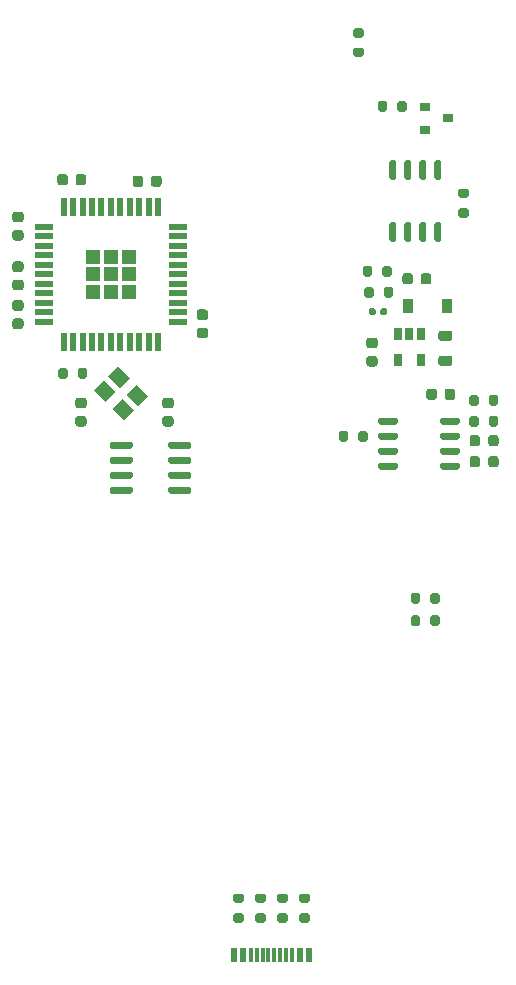
<source format=gbr>
%TF.GenerationSoftware,KiCad,Pcbnew,(5.1.9)-1*%
%TF.CreationDate,2021-03-28T20:47:18-04:00*%
%TF.ProjectId,LongboardRemote,4c6f6e67-626f-4617-9264-52656d6f7465,rev?*%
%TF.SameCoordinates,Original*%
%TF.FileFunction,Paste,Top*%
%TF.FilePolarity,Positive*%
%FSLAX46Y46*%
G04 Gerber Fmt 4.6, Leading zero omitted, Abs format (unit mm)*
G04 Created by KiCad (PCBNEW (5.1.9)-1) date 2021-03-28 20:47:18*
%MOMM*%
%LPD*%
G01*
G04 APERTURE LIST*
%ADD10R,0.900000X1.200000*%
%ADD11R,0.300000X1.160000*%
%ADD12R,0.600000X1.160000*%
%ADD13R,0.900000X0.800000*%
%ADD14R,0.650000X1.060000*%
%ADD15C,0.100000*%
%ADD16R,1.500000X0.550000*%
%ADD17R,0.550000X1.500000*%
%ADD18R,1.160000X1.160000*%
G04 APERTURE END LIST*
%TO.C,C1*%
G36*
G01*
X125091000Y-82873000D02*
X124591000Y-82873000D01*
G75*
G02*
X124366000Y-82648000I0J225000D01*
G01*
X124366000Y-82198000D01*
G75*
G02*
X124591000Y-81973000I225000J0D01*
G01*
X125091000Y-81973000D01*
G75*
G02*
X125316000Y-82198000I0J-225000D01*
G01*
X125316000Y-82648000D01*
G75*
G02*
X125091000Y-82873000I-225000J0D01*
G01*
G37*
G36*
G01*
X125091000Y-84423000D02*
X124591000Y-84423000D01*
G75*
G02*
X124366000Y-84198000I0J225000D01*
G01*
X124366000Y-83748000D01*
G75*
G02*
X124591000Y-83523000I225000J0D01*
G01*
X125091000Y-83523000D01*
G75*
G02*
X125316000Y-83748000I0J-225000D01*
G01*
X125316000Y-84198000D01*
G75*
G02*
X125091000Y-84423000I-225000J0D01*
G01*
G37*
%TD*%
%TO.C,C2*%
G36*
G01*
X137291000Y-95054000D02*
X137791000Y-95054000D01*
G75*
G02*
X138016000Y-95279000I0J-225000D01*
G01*
X138016000Y-95729000D01*
G75*
G02*
X137791000Y-95954000I-225000J0D01*
G01*
X137291000Y-95954000D01*
G75*
G02*
X137066000Y-95729000I0J225000D01*
G01*
X137066000Y-95279000D01*
G75*
G02*
X137291000Y-95054000I225000J0D01*
G01*
G37*
G36*
G01*
X137291000Y-93504000D02*
X137791000Y-93504000D01*
G75*
G02*
X138016000Y-93729000I0J-225000D01*
G01*
X138016000Y-94179000D01*
G75*
G02*
X137791000Y-94404000I-225000J0D01*
G01*
X137291000Y-94404000D01*
G75*
G02*
X137066000Y-94179000I0J225000D01*
G01*
X137066000Y-93729000D01*
G75*
G02*
X137291000Y-93504000I225000J0D01*
G01*
G37*
%TD*%
%TO.C,C3*%
G36*
G01*
X130425000Y-95954000D02*
X129925000Y-95954000D01*
G75*
G02*
X129700000Y-95729000I0J225000D01*
G01*
X129700000Y-95279000D01*
G75*
G02*
X129925000Y-95054000I225000J0D01*
G01*
X130425000Y-95054000D01*
G75*
G02*
X130650000Y-95279000I0J-225000D01*
G01*
X130650000Y-95729000D01*
G75*
G02*
X130425000Y-95954000I-225000J0D01*
G01*
G37*
G36*
G01*
X130425000Y-94404000D02*
X129925000Y-94404000D01*
G75*
G02*
X129700000Y-94179000I0J225000D01*
G01*
X129700000Y-93729000D01*
G75*
G02*
X129925000Y-93504000I225000J0D01*
G01*
X130425000Y-93504000D01*
G75*
G02*
X130650000Y-93729000I0J-225000D01*
G01*
X130650000Y-94179000D01*
G75*
G02*
X130425000Y-94404000I-225000J0D01*
G01*
G37*
%TD*%
%TO.C,C4*%
G36*
G01*
X125091000Y-87699000D02*
X124591000Y-87699000D01*
G75*
G02*
X124366000Y-87474000I0J225000D01*
G01*
X124366000Y-87024000D01*
G75*
G02*
X124591000Y-86799000I225000J0D01*
G01*
X125091000Y-86799000D01*
G75*
G02*
X125316000Y-87024000I0J-225000D01*
G01*
X125316000Y-87474000D01*
G75*
G02*
X125091000Y-87699000I-225000J0D01*
G01*
G37*
G36*
G01*
X125091000Y-86149000D02*
X124591000Y-86149000D01*
G75*
G02*
X124366000Y-85924000I0J225000D01*
G01*
X124366000Y-85474000D01*
G75*
G02*
X124591000Y-85249000I225000J0D01*
G01*
X125091000Y-85249000D01*
G75*
G02*
X125316000Y-85474000I0J-225000D01*
G01*
X125316000Y-85924000D01*
G75*
G02*
X125091000Y-86149000I-225000J0D01*
G01*
G37*
%TD*%
%TO.C,C5*%
G36*
G01*
X128175000Y-75307000D02*
X128175000Y-74807000D01*
G75*
G02*
X128400000Y-74582000I225000J0D01*
G01*
X128850000Y-74582000D01*
G75*
G02*
X129075000Y-74807000I0J-225000D01*
G01*
X129075000Y-75307000D01*
G75*
G02*
X128850000Y-75532000I-225000J0D01*
G01*
X128400000Y-75532000D01*
G75*
G02*
X128175000Y-75307000I0J225000D01*
G01*
G37*
G36*
G01*
X129725000Y-75307000D02*
X129725000Y-74807000D01*
G75*
G02*
X129950000Y-74582000I225000J0D01*
G01*
X130400000Y-74582000D01*
G75*
G02*
X130625000Y-74807000I0J-225000D01*
G01*
X130625000Y-75307000D01*
G75*
G02*
X130400000Y-75532000I-225000J0D01*
G01*
X129950000Y-75532000D01*
G75*
G02*
X129725000Y-75307000I0J225000D01*
G01*
G37*
%TD*%
%TO.C,C6*%
G36*
G01*
X154563000Y-89974000D02*
X155063000Y-89974000D01*
G75*
G02*
X155288000Y-90199000I0J-225000D01*
G01*
X155288000Y-90649000D01*
G75*
G02*
X155063000Y-90874000I-225000J0D01*
G01*
X154563000Y-90874000D01*
G75*
G02*
X154338000Y-90649000I0J225000D01*
G01*
X154338000Y-90199000D01*
G75*
G02*
X154563000Y-89974000I225000J0D01*
G01*
G37*
G36*
G01*
X154563000Y-88424000D02*
X155063000Y-88424000D01*
G75*
G02*
X155288000Y-88649000I0J-225000D01*
G01*
X155288000Y-89099000D01*
G75*
G02*
X155063000Y-89324000I-225000J0D01*
G01*
X154563000Y-89324000D01*
G75*
G02*
X154338000Y-89099000I0J225000D01*
G01*
X154338000Y-88649000D01*
G75*
G02*
X154563000Y-88424000I225000J0D01*
G01*
G37*
%TD*%
%TO.C,C7*%
G36*
G01*
X159417000Y-93468000D02*
X159417000Y-92968000D01*
G75*
G02*
X159642000Y-92743000I225000J0D01*
G01*
X160092000Y-92743000D01*
G75*
G02*
X160317000Y-92968000I0J-225000D01*
G01*
X160317000Y-93468000D01*
G75*
G02*
X160092000Y-93693000I-225000J0D01*
G01*
X159642000Y-93693000D01*
G75*
G02*
X159417000Y-93468000I0J225000D01*
G01*
G37*
G36*
G01*
X160967000Y-93468000D02*
X160967000Y-92968000D01*
G75*
G02*
X161192000Y-92743000I225000J0D01*
G01*
X161642000Y-92743000D01*
G75*
G02*
X161867000Y-92968000I0J-225000D01*
G01*
X161867000Y-93468000D01*
G75*
G02*
X161642000Y-93693000I-225000J0D01*
G01*
X161192000Y-93693000D01*
G75*
G02*
X160967000Y-93468000I0J225000D01*
G01*
G37*
%TD*%
%TO.C,C9*%
G36*
G01*
X158298000Y-83189000D02*
X158298000Y-83689000D01*
G75*
G02*
X158073000Y-83914000I-225000J0D01*
G01*
X157623000Y-83914000D01*
G75*
G02*
X157398000Y-83689000I0J225000D01*
G01*
X157398000Y-83189000D01*
G75*
G02*
X157623000Y-82964000I225000J0D01*
G01*
X158073000Y-82964000D01*
G75*
G02*
X158298000Y-83189000I0J-225000D01*
G01*
G37*
G36*
G01*
X159848000Y-83189000D02*
X159848000Y-83689000D01*
G75*
G02*
X159623000Y-83914000I-225000J0D01*
G01*
X159173000Y-83914000D01*
G75*
G02*
X158948000Y-83689000I0J225000D01*
G01*
X158948000Y-83189000D01*
G75*
G02*
X159173000Y-82964000I225000J0D01*
G01*
X159623000Y-82964000D01*
G75*
G02*
X159848000Y-83189000I0J-225000D01*
G01*
G37*
%TD*%
%TO.C,C10*%
G36*
G01*
X134551000Y-75434000D02*
X134551000Y-74934000D01*
G75*
G02*
X134776000Y-74709000I225000J0D01*
G01*
X135226000Y-74709000D01*
G75*
G02*
X135451000Y-74934000I0J-225000D01*
G01*
X135451000Y-75434000D01*
G75*
G02*
X135226000Y-75659000I-225000J0D01*
G01*
X134776000Y-75659000D01*
G75*
G02*
X134551000Y-75434000I0J225000D01*
G01*
G37*
G36*
G01*
X136101000Y-75434000D02*
X136101000Y-74934000D01*
G75*
G02*
X136326000Y-74709000I225000J0D01*
G01*
X136776000Y-74709000D01*
G75*
G02*
X137001000Y-74934000I0J-225000D01*
G01*
X137001000Y-75434000D01*
G75*
G02*
X136776000Y-75659000I-225000J0D01*
G01*
X136326000Y-75659000D01*
G75*
G02*
X136101000Y-75434000I0J225000D01*
G01*
G37*
%TD*%
%TO.C,C11*%
G36*
G01*
X140712000Y-88487000D02*
X140212000Y-88487000D01*
G75*
G02*
X139987000Y-88262000I0J225000D01*
G01*
X139987000Y-87812000D01*
G75*
G02*
X140212000Y-87587000I225000J0D01*
G01*
X140712000Y-87587000D01*
G75*
G02*
X140937000Y-87812000I0J-225000D01*
G01*
X140937000Y-88262000D01*
G75*
G02*
X140712000Y-88487000I-225000J0D01*
G01*
G37*
G36*
G01*
X140712000Y-86937000D02*
X140212000Y-86937000D01*
G75*
G02*
X139987000Y-86712000I0J225000D01*
G01*
X139987000Y-86262000D01*
G75*
G02*
X140212000Y-86037000I225000J0D01*
G01*
X140712000Y-86037000D01*
G75*
G02*
X140937000Y-86262000I0J-225000D01*
G01*
X140937000Y-86712000D01*
G75*
G02*
X140712000Y-86937000I-225000J0D01*
G01*
G37*
%TD*%
%TO.C,C12*%
G36*
G01*
X124591000Y-79306000D02*
X125091000Y-79306000D01*
G75*
G02*
X125316000Y-79531000I0J-225000D01*
G01*
X125316000Y-79981000D01*
G75*
G02*
X125091000Y-80206000I-225000J0D01*
G01*
X124591000Y-80206000D01*
G75*
G02*
X124366000Y-79981000I0J225000D01*
G01*
X124366000Y-79531000D01*
G75*
G02*
X124591000Y-79306000I225000J0D01*
G01*
G37*
G36*
G01*
X124591000Y-77756000D02*
X125091000Y-77756000D01*
G75*
G02*
X125316000Y-77981000I0J-225000D01*
G01*
X125316000Y-78431000D01*
G75*
G02*
X125091000Y-78656000I-225000J0D01*
G01*
X124591000Y-78656000D01*
G75*
G02*
X124366000Y-78431000I0J225000D01*
G01*
X124366000Y-77981000D01*
G75*
G02*
X124591000Y-77756000I225000J0D01*
G01*
G37*
%TD*%
%TO.C,D6*%
G36*
G01*
X164662500Y-97411250D02*
X164662500Y-96898750D01*
G75*
G02*
X164881250Y-96680000I218750J0D01*
G01*
X165318750Y-96680000D01*
G75*
G02*
X165537500Y-96898750I0J-218750D01*
G01*
X165537500Y-97411250D01*
G75*
G02*
X165318750Y-97630000I-218750J0D01*
G01*
X164881250Y-97630000D01*
G75*
G02*
X164662500Y-97411250I0J218750D01*
G01*
G37*
G36*
G01*
X163087500Y-97411250D02*
X163087500Y-96898750D01*
G75*
G02*
X163306250Y-96680000I218750J0D01*
G01*
X163743750Y-96680000D01*
G75*
G02*
X163962500Y-96898750I0J-218750D01*
G01*
X163962500Y-97411250D01*
G75*
G02*
X163743750Y-97630000I-218750J0D01*
G01*
X163306250Y-97630000D01*
G75*
G02*
X163087500Y-97411250I0J218750D01*
G01*
G37*
%TD*%
%TO.C,D7*%
G36*
G01*
X163087500Y-99189250D02*
X163087500Y-98676750D01*
G75*
G02*
X163306250Y-98458000I218750J0D01*
G01*
X163743750Y-98458000D01*
G75*
G02*
X163962500Y-98676750I0J-218750D01*
G01*
X163962500Y-99189250D01*
G75*
G02*
X163743750Y-99408000I-218750J0D01*
G01*
X163306250Y-99408000D01*
G75*
G02*
X163087500Y-99189250I0J218750D01*
G01*
G37*
G36*
G01*
X164662500Y-99189250D02*
X164662500Y-98676750D01*
G75*
G02*
X164881250Y-98458000I218750J0D01*
G01*
X165318750Y-98458000D01*
G75*
G02*
X165537500Y-98676750I0J-218750D01*
G01*
X165537500Y-99189250D01*
G75*
G02*
X165318750Y-99408000I-218750J0D01*
G01*
X164881250Y-99408000D01*
G75*
G02*
X164662500Y-99189250I0J218750D01*
G01*
G37*
%TD*%
D10*
%TO.C,D8*%
X157863000Y-85725000D03*
X161163000Y-85725000D03*
%TD*%
D11*
%TO.C,J1*%
X145552000Y-140665000D03*
X146052000Y-140665000D03*
X146552000Y-140665000D03*
X144552000Y-140665000D03*
X145052000Y-140665000D03*
X147552000Y-140665000D03*
X147052000Y-140665000D03*
X148052000Y-140665000D03*
D12*
X143902000Y-140665000D03*
X143902000Y-140665000D03*
X143102000Y-140665000D03*
X143102000Y-140665000D03*
X148702000Y-140665000D03*
X149502000Y-140665000D03*
X148702000Y-140665000D03*
X149502000Y-140665000D03*
%TD*%
%TO.C,L1*%
G36*
G01*
X161417250Y-90827500D02*
X160654750Y-90827500D01*
G75*
G02*
X160436000Y-90608750I0J218750D01*
G01*
X160436000Y-90171250D01*
G75*
G02*
X160654750Y-89952500I218750J0D01*
G01*
X161417250Y-89952500D01*
G75*
G02*
X161636000Y-90171250I0J-218750D01*
G01*
X161636000Y-90608750D01*
G75*
G02*
X161417250Y-90827500I-218750J0D01*
G01*
G37*
G36*
G01*
X161417250Y-88702500D02*
X160654750Y-88702500D01*
G75*
G02*
X160436000Y-88483750I0J218750D01*
G01*
X160436000Y-88046250D01*
G75*
G02*
X160654750Y-87827500I218750J0D01*
G01*
X161417250Y-87827500D01*
G75*
G02*
X161636000Y-88046250I0J-218750D01*
G01*
X161636000Y-88483750D01*
G75*
G02*
X161417250Y-88702500I-218750J0D01*
G01*
G37*
%TD*%
D13*
%TO.C,Q1*%
X159290000Y-68900000D03*
X159290000Y-70800000D03*
X161290000Y-69850000D03*
%TD*%
%TO.C,R1*%
G36*
G01*
X149373000Y-136290000D02*
X148823000Y-136290000D01*
G75*
G02*
X148623000Y-136090000I0J200000D01*
G01*
X148623000Y-135690000D01*
G75*
G02*
X148823000Y-135490000I200000J0D01*
G01*
X149373000Y-135490000D01*
G75*
G02*
X149573000Y-135690000I0J-200000D01*
G01*
X149573000Y-136090000D01*
G75*
G02*
X149373000Y-136290000I-200000J0D01*
G01*
G37*
G36*
G01*
X149373000Y-137940000D02*
X148823000Y-137940000D01*
G75*
G02*
X148623000Y-137740000I0J200000D01*
G01*
X148623000Y-137340000D01*
G75*
G02*
X148823000Y-137140000I200000J0D01*
G01*
X149373000Y-137140000D01*
G75*
G02*
X149573000Y-137340000I0J-200000D01*
G01*
X149573000Y-137740000D01*
G75*
G02*
X149373000Y-137940000I-200000J0D01*
G01*
G37*
%TD*%
%TO.C,R2*%
G36*
G01*
X143785000Y-137940000D02*
X143235000Y-137940000D01*
G75*
G02*
X143035000Y-137740000I0J200000D01*
G01*
X143035000Y-137340000D01*
G75*
G02*
X143235000Y-137140000I200000J0D01*
G01*
X143785000Y-137140000D01*
G75*
G02*
X143985000Y-137340000I0J-200000D01*
G01*
X143985000Y-137740000D01*
G75*
G02*
X143785000Y-137940000I-200000J0D01*
G01*
G37*
G36*
G01*
X143785000Y-136290000D02*
X143235000Y-136290000D01*
G75*
G02*
X143035000Y-136090000I0J200000D01*
G01*
X143035000Y-135690000D01*
G75*
G02*
X143235000Y-135490000I200000J0D01*
G01*
X143785000Y-135490000D01*
G75*
G02*
X143985000Y-135690000I0J-200000D01*
G01*
X143985000Y-136090000D01*
G75*
G02*
X143785000Y-136290000I-200000J0D01*
G01*
G37*
%TD*%
%TO.C,R3*%
G36*
G01*
X158897000Y-110215000D02*
X158897000Y-110765000D01*
G75*
G02*
X158697000Y-110965000I-200000J0D01*
G01*
X158297000Y-110965000D01*
G75*
G02*
X158097000Y-110765000I0J200000D01*
G01*
X158097000Y-110215000D01*
G75*
G02*
X158297000Y-110015000I200000J0D01*
G01*
X158697000Y-110015000D01*
G75*
G02*
X158897000Y-110215000I0J-200000D01*
G01*
G37*
G36*
G01*
X160547000Y-110215000D02*
X160547000Y-110765000D01*
G75*
G02*
X160347000Y-110965000I-200000J0D01*
G01*
X159947000Y-110965000D01*
G75*
G02*
X159747000Y-110765000I0J200000D01*
G01*
X159747000Y-110215000D01*
G75*
G02*
X159947000Y-110015000I200000J0D01*
G01*
X160347000Y-110015000D01*
G75*
G02*
X160547000Y-110215000I0J-200000D01*
G01*
G37*
%TD*%
%TO.C,R4*%
G36*
G01*
X158097000Y-112670000D02*
X158097000Y-112120000D01*
G75*
G02*
X158297000Y-111920000I200000J0D01*
G01*
X158697000Y-111920000D01*
G75*
G02*
X158897000Y-112120000I0J-200000D01*
G01*
X158897000Y-112670000D01*
G75*
G02*
X158697000Y-112870000I-200000J0D01*
G01*
X158297000Y-112870000D01*
G75*
G02*
X158097000Y-112670000I0J200000D01*
G01*
G37*
G36*
G01*
X159747000Y-112670000D02*
X159747000Y-112120000D01*
G75*
G02*
X159947000Y-111920000I200000J0D01*
G01*
X160347000Y-111920000D01*
G75*
G02*
X160547000Y-112120000I0J-200000D01*
G01*
X160547000Y-112670000D01*
G75*
G02*
X160347000Y-112870000I-200000J0D01*
G01*
X159947000Y-112870000D01*
G75*
G02*
X159747000Y-112670000I0J200000D01*
G01*
G37*
%TD*%
%TO.C,R5*%
G36*
G01*
X147510332Y-136290000D02*
X146960332Y-136290000D01*
G75*
G02*
X146760332Y-136090000I0J200000D01*
G01*
X146760332Y-135690000D01*
G75*
G02*
X146960332Y-135490000I200000J0D01*
G01*
X147510332Y-135490000D01*
G75*
G02*
X147710332Y-135690000I0J-200000D01*
G01*
X147710332Y-136090000D01*
G75*
G02*
X147510332Y-136290000I-200000J0D01*
G01*
G37*
G36*
G01*
X147510332Y-137940000D02*
X146960332Y-137940000D01*
G75*
G02*
X146760332Y-137740000I0J200000D01*
G01*
X146760332Y-137340000D01*
G75*
G02*
X146960332Y-137140000I200000J0D01*
G01*
X147510332Y-137140000D01*
G75*
G02*
X147710332Y-137340000I0J-200000D01*
G01*
X147710332Y-137740000D01*
G75*
G02*
X147510332Y-137940000I-200000J0D01*
G01*
G37*
%TD*%
%TO.C,R6*%
G36*
G01*
X145097666Y-135490000D02*
X145647666Y-135490000D01*
G75*
G02*
X145847666Y-135690000I0J-200000D01*
G01*
X145847666Y-136090000D01*
G75*
G02*
X145647666Y-136290000I-200000J0D01*
G01*
X145097666Y-136290000D01*
G75*
G02*
X144897666Y-136090000I0J200000D01*
G01*
X144897666Y-135690000D01*
G75*
G02*
X145097666Y-135490000I200000J0D01*
G01*
G37*
G36*
G01*
X145097666Y-137140000D02*
X145647666Y-137140000D01*
G75*
G02*
X145847666Y-137340000I0J-200000D01*
G01*
X145847666Y-137740000D01*
G75*
G02*
X145647666Y-137940000I-200000J0D01*
G01*
X145097666Y-137940000D01*
G75*
G02*
X144897666Y-137740000I0J200000D01*
G01*
X144897666Y-137340000D01*
G75*
G02*
X145097666Y-137140000I200000J0D01*
G01*
G37*
%TD*%
%TO.C,R7*%
G36*
G01*
X128252000Y-91715000D02*
X128252000Y-91165000D01*
G75*
G02*
X128452000Y-90965000I200000J0D01*
G01*
X128852000Y-90965000D01*
G75*
G02*
X129052000Y-91165000I0J-200000D01*
G01*
X129052000Y-91715000D01*
G75*
G02*
X128852000Y-91915000I-200000J0D01*
G01*
X128452000Y-91915000D01*
G75*
G02*
X128252000Y-91715000I0J200000D01*
G01*
G37*
G36*
G01*
X129902000Y-91715000D02*
X129902000Y-91165000D01*
G75*
G02*
X130102000Y-90965000I200000J0D01*
G01*
X130502000Y-90965000D01*
G75*
G02*
X130702000Y-91165000I0J-200000D01*
G01*
X130702000Y-91715000D01*
G75*
G02*
X130502000Y-91915000I-200000J0D01*
G01*
X130102000Y-91915000D01*
G75*
G02*
X129902000Y-91715000I0J200000D01*
G01*
G37*
%TD*%
%TO.C,R8*%
G36*
G01*
X153945000Y-63012000D02*
X153395000Y-63012000D01*
G75*
G02*
X153195000Y-62812000I0J200000D01*
G01*
X153195000Y-62412000D01*
G75*
G02*
X153395000Y-62212000I200000J0D01*
G01*
X153945000Y-62212000D01*
G75*
G02*
X154145000Y-62412000I0J-200000D01*
G01*
X154145000Y-62812000D01*
G75*
G02*
X153945000Y-63012000I-200000J0D01*
G01*
G37*
G36*
G01*
X153945000Y-64662000D02*
X153395000Y-64662000D01*
G75*
G02*
X153195000Y-64462000I0J200000D01*
G01*
X153195000Y-64062000D01*
G75*
G02*
X153395000Y-63862000I200000J0D01*
G01*
X153945000Y-63862000D01*
G75*
G02*
X154145000Y-64062000I0J-200000D01*
G01*
X154145000Y-64462000D01*
G75*
G02*
X153945000Y-64662000I-200000J0D01*
G01*
G37*
%TD*%
%TO.C,R9*%
G36*
G01*
X162835000Y-76600000D02*
X162285000Y-76600000D01*
G75*
G02*
X162085000Y-76400000I0J200000D01*
G01*
X162085000Y-76000000D01*
G75*
G02*
X162285000Y-75800000I200000J0D01*
G01*
X162835000Y-75800000D01*
G75*
G02*
X163035000Y-76000000I0J-200000D01*
G01*
X163035000Y-76400000D01*
G75*
G02*
X162835000Y-76600000I-200000J0D01*
G01*
G37*
G36*
G01*
X162835000Y-78250000D02*
X162285000Y-78250000D01*
G75*
G02*
X162085000Y-78050000I0J200000D01*
G01*
X162085000Y-77650000D01*
G75*
G02*
X162285000Y-77450000I200000J0D01*
G01*
X162835000Y-77450000D01*
G75*
G02*
X163035000Y-77650000I0J-200000D01*
G01*
X163035000Y-78050000D01*
G75*
G02*
X162835000Y-78250000I-200000J0D01*
G01*
G37*
%TD*%
%TO.C,R10*%
G36*
G01*
X157753000Y-68559000D02*
X157753000Y-69109000D01*
G75*
G02*
X157553000Y-69309000I-200000J0D01*
G01*
X157153000Y-69309000D01*
G75*
G02*
X156953000Y-69109000I0J200000D01*
G01*
X156953000Y-68559000D01*
G75*
G02*
X157153000Y-68359000I200000J0D01*
G01*
X157553000Y-68359000D01*
G75*
G02*
X157753000Y-68559000I0J-200000D01*
G01*
G37*
G36*
G01*
X156103000Y-68559000D02*
X156103000Y-69109000D01*
G75*
G02*
X155903000Y-69309000I-200000J0D01*
G01*
X155503000Y-69309000D01*
G75*
G02*
X155303000Y-69109000I0J200000D01*
G01*
X155303000Y-68559000D01*
G75*
G02*
X155503000Y-68359000I200000J0D01*
G01*
X155903000Y-68359000D01*
G75*
G02*
X156103000Y-68559000I0J-200000D01*
G01*
G37*
%TD*%
%TO.C,R13*%
G36*
G01*
X163849000Y-93451000D02*
X163849000Y-94001000D01*
G75*
G02*
X163649000Y-94201000I-200000J0D01*
G01*
X163249000Y-94201000D01*
G75*
G02*
X163049000Y-94001000I0J200000D01*
G01*
X163049000Y-93451000D01*
G75*
G02*
X163249000Y-93251000I200000J0D01*
G01*
X163649000Y-93251000D01*
G75*
G02*
X163849000Y-93451000I0J-200000D01*
G01*
G37*
G36*
G01*
X165499000Y-93451000D02*
X165499000Y-94001000D01*
G75*
G02*
X165299000Y-94201000I-200000J0D01*
G01*
X164899000Y-94201000D01*
G75*
G02*
X164699000Y-94001000I0J200000D01*
G01*
X164699000Y-93451000D01*
G75*
G02*
X164899000Y-93251000I200000J0D01*
G01*
X165299000Y-93251000D01*
G75*
G02*
X165499000Y-93451000I0J-200000D01*
G01*
G37*
%TD*%
%TO.C,R14*%
G36*
G01*
X165499000Y-95229000D02*
X165499000Y-95779000D01*
G75*
G02*
X165299000Y-95979000I-200000J0D01*
G01*
X164899000Y-95979000D01*
G75*
G02*
X164699000Y-95779000I0J200000D01*
G01*
X164699000Y-95229000D01*
G75*
G02*
X164899000Y-95029000I200000J0D01*
G01*
X165299000Y-95029000D01*
G75*
G02*
X165499000Y-95229000I0J-200000D01*
G01*
G37*
G36*
G01*
X163849000Y-95229000D02*
X163849000Y-95779000D01*
G75*
G02*
X163649000Y-95979000I-200000J0D01*
G01*
X163249000Y-95979000D01*
G75*
G02*
X163049000Y-95779000I0J200000D01*
G01*
X163049000Y-95229000D01*
G75*
G02*
X163249000Y-95029000I200000J0D01*
G01*
X163649000Y-95029000D01*
G75*
G02*
X163849000Y-95229000I0J-200000D01*
G01*
G37*
%TD*%
%TO.C,R15*%
G36*
G01*
X156609000Y-84307000D02*
X156609000Y-84857000D01*
G75*
G02*
X156409000Y-85057000I-200000J0D01*
G01*
X156009000Y-85057000D01*
G75*
G02*
X155809000Y-84857000I0J200000D01*
G01*
X155809000Y-84307000D01*
G75*
G02*
X156009000Y-84107000I200000J0D01*
G01*
X156409000Y-84107000D01*
G75*
G02*
X156609000Y-84307000I0J-200000D01*
G01*
G37*
G36*
G01*
X154959000Y-84307000D02*
X154959000Y-84857000D01*
G75*
G02*
X154759000Y-85057000I-200000J0D01*
G01*
X154359000Y-85057000D01*
G75*
G02*
X154159000Y-84857000I0J200000D01*
G01*
X154159000Y-84307000D01*
G75*
G02*
X154359000Y-84107000I200000J0D01*
G01*
X154759000Y-84107000D01*
G75*
G02*
X154959000Y-84307000I0J-200000D01*
G01*
G37*
%TD*%
%TO.C,R16*%
G36*
G01*
X154033000Y-83079000D02*
X154033000Y-82529000D01*
G75*
G02*
X154233000Y-82329000I200000J0D01*
G01*
X154633000Y-82329000D01*
G75*
G02*
X154833000Y-82529000I0J-200000D01*
G01*
X154833000Y-83079000D01*
G75*
G02*
X154633000Y-83279000I-200000J0D01*
G01*
X154233000Y-83279000D01*
G75*
G02*
X154033000Y-83079000I0J200000D01*
G01*
G37*
G36*
G01*
X155683000Y-83079000D02*
X155683000Y-82529000D01*
G75*
G02*
X155883000Y-82329000I200000J0D01*
G01*
X156283000Y-82329000D01*
G75*
G02*
X156483000Y-82529000I0J-200000D01*
G01*
X156483000Y-83079000D01*
G75*
G02*
X156283000Y-83279000I-200000J0D01*
G01*
X155883000Y-83279000D01*
G75*
G02*
X155683000Y-83079000I0J200000D01*
G01*
G37*
%TD*%
%TO.C,R17*%
G36*
G01*
X152800000Y-96499000D02*
X152800000Y-97049000D01*
G75*
G02*
X152600000Y-97249000I-200000J0D01*
G01*
X152200000Y-97249000D01*
G75*
G02*
X152000000Y-97049000I0J200000D01*
G01*
X152000000Y-96499000D01*
G75*
G02*
X152200000Y-96299000I200000J0D01*
G01*
X152600000Y-96299000D01*
G75*
G02*
X152800000Y-96499000I0J-200000D01*
G01*
G37*
G36*
G01*
X154450000Y-96499000D02*
X154450000Y-97049000D01*
G75*
G02*
X154250000Y-97249000I-200000J0D01*
G01*
X153850000Y-97249000D01*
G75*
G02*
X153650000Y-97049000I0J200000D01*
G01*
X153650000Y-96499000D01*
G75*
G02*
X153850000Y-96299000I200000J0D01*
G01*
X154250000Y-96299000D01*
G75*
G02*
X154450000Y-96499000I0J-200000D01*
G01*
G37*
%TD*%
D14*
%TO.C,U3*%
X158938000Y-88138000D03*
X157988000Y-88138000D03*
X157038000Y-88138000D03*
X157038000Y-90338000D03*
X158938000Y-90338000D03*
%TD*%
%TO.C,U4*%
G36*
G01*
X155342000Y-95654000D02*
X155342000Y-95354000D01*
G75*
G02*
X155492000Y-95204000I150000J0D01*
G01*
X156842000Y-95204000D01*
G75*
G02*
X156992000Y-95354000I0J-150000D01*
G01*
X156992000Y-95654000D01*
G75*
G02*
X156842000Y-95804000I-150000J0D01*
G01*
X155492000Y-95804000D01*
G75*
G02*
X155342000Y-95654000I0J150000D01*
G01*
G37*
G36*
G01*
X155342000Y-96924000D02*
X155342000Y-96624000D01*
G75*
G02*
X155492000Y-96474000I150000J0D01*
G01*
X156842000Y-96474000D01*
G75*
G02*
X156992000Y-96624000I0J-150000D01*
G01*
X156992000Y-96924000D01*
G75*
G02*
X156842000Y-97074000I-150000J0D01*
G01*
X155492000Y-97074000D01*
G75*
G02*
X155342000Y-96924000I0J150000D01*
G01*
G37*
G36*
G01*
X155342000Y-98194000D02*
X155342000Y-97894000D01*
G75*
G02*
X155492000Y-97744000I150000J0D01*
G01*
X156842000Y-97744000D01*
G75*
G02*
X156992000Y-97894000I0J-150000D01*
G01*
X156992000Y-98194000D01*
G75*
G02*
X156842000Y-98344000I-150000J0D01*
G01*
X155492000Y-98344000D01*
G75*
G02*
X155342000Y-98194000I0J150000D01*
G01*
G37*
G36*
G01*
X155342000Y-99464000D02*
X155342000Y-99164000D01*
G75*
G02*
X155492000Y-99014000I150000J0D01*
G01*
X156842000Y-99014000D01*
G75*
G02*
X156992000Y-99164000I0J-150000D01*
G01*
X156992000Y-99464000D01*
G75*
G02*
X156842000Y-99614000I-150000J0D01*
G01*
X155492000Y-99614000D01*
G75*
G02*
X155342000Y-99464000I0J150000D01*
G01*
G37*
G36*
G01*
X160592000Y-99464000D02*
X160592000Y-99164000D01*
G75*
G02*
X160742000Y-99014000I150000J0D01*
G01*
X162092000Y-99014000D01*
G75*
G02*
X162242000Y-99164000I0J-150000D01*
G01*
X162242000Y-99464000D01*
G75*
G02*
X162092000Y-99614000I-150000J0D01*
G01*
X160742000Y-99614000D01*
G75*
G02*
X160592000Y-99464000I0J150000D01*
G01*
G37*
G36*
G01*
X160592000Y-98194000D02*
X160592000Y-97894000D01*
G75*
G02*
X160742000Y-97744000I150000J0D01*
G01*
X162092000Y-97744000D01*
G75*
G02*
X162242000Y-97894000I0J-150000D01*
G01*
X162242000Y-98194000D01*
G75*
G02*
X162092000Y-98344000I-150000J0D01*
G01*
X160742000Y-98344000D01*
G75*
G02*
X160592000Y-98194000I0J150000D01*
G01*
G37*
G36*
G01*
X160592000Y-96924000D02*
X160592000Y-96624000D01*
G75*
G02*
X160742000Y-96474000I150000J0D01*
G01*
X162092000Y-96474000D01*
G75*
G02*
X162242000Y-96624000I0J-150000D01*
G01*
X162242000Y-96924000D01*
G75*
G02*
X162092000Y-97074000I-150000J0D01*
G01*
X160742000Y-97074000D01*
G75*
G02*
X160592000Y-96924000I0J150000D01*
G01*
G37*
G36*
G01*
X160592000Y-95654000D02*
X160592000Y-95354000D01*
G75*
G02*
X160742000Y-95204000I150000J0D01*
G01*
X162092000Y-95204000D01*
G75*
G02*
X162242000Y-95354000I0J-150000D01*
G01*
X162242000Y-95654000D01*
G75*
G02*
X162092000Y-95804000I-150000J0D01*
G01*
X160742000Y-95804000D01*
G75*
G02*
X160592000Y-95654000I0J150000D01*
G01*
G37*
%TD*%
%TO.C,U6*%
G36*
G01*
X160251000Y-78635000D02*
X160551000Y-78635000D01*
G75*
G02*
X160701000Y-78785000I0J-150000D01*
G01*
X160701000Y-80135000D01*
G75*
G02*
X160551000Y-80285000I-150000J0D01*
G01*
X160251000Y-80285000D01*
G75*
G02*
X160101000Y-80135000I0J150000D01*
G01*
X160101000Y-78785000D01*
G75*
G02*
X160251000Y-78635000I150000J0D01*
G01*
G37*
G36*
G01*
X158981000Y-78635000D02*
X159281000Y-78635000D01*
G75*
G02*
X159431000Y-78785000I0J-150000D01*
G01*
X159431000Y-80135000D01*
G75*
G02*
X159281000Y-80285000I-150000J0D01*
G01*
X158981000Y-80285000D01*
G75*
G02*
X158831000Y-80135000I0J150000D01*
G01*
X158831000Y-78785000D01*
G75*
G02*
X158981000Y-78635000I150000J0D01*
G01*
G37*
G36*
G01*
X157711000Y-78635000D02*
X158011000Y-78635000D01*
G75*
G02*
X158161000Y-78785000I0J-150000D01*
G01*
X158161000Y-80135000D01*
G75*
G02*
X158011000Y-80285000I-150000J0D01*
G01*
X157711000Y-80285000D01*
G75*
G02*
X157561000Y-80135000I0J150000D01*
G01*
X157561000Y-78785000D01*
G75*
G02*
X157711000Y-78635000I150000J0D01*
G01*
G37*
G36*
G01*
X156441000Y-78635000D02*
X156741000Y-78635000D01*
G75*
G02*
X156891000Y-78785000I0J-150000D01*
G01*
X156891000Y-80135000D01*
G75*
G02*
X156741000Y-80285000I-150000J0D01*
G01*
X156441000Y-80285000D01*
G75*
G02*
X156291000Y-80135000I0J150000D01*
G01*
X156291000Y-78785000D01*
G75*
G02*
X156441000Y-78635000I150000J0D01*
G01*
G37*
G36*
G01*
X156441000Y-73385000D02*
X156741000Y-73385000D01*
G75*
G02*
X156891000Y-73535000I0J-150000D01*
G01*
X156891000Y-74885000D01*
G75*
G02*
X156741000Y-75035000I-150000J0D01*
G01*
X156441000Y-75035000D01*
G75*
G02*
X156291000Y-74885000I0J150000D01*
G01*
X156291000Y-73535000D01*
G75*
G02*
X156441000Y-73385000I150000J0D01*
G01*
G37*
G36*
G01*
X157711000Y-73385000D02*
X158011000Y-73385000D01*
G75*
G02*
X158161000Y-73535000I0J-150000D01*
G01*
X158161000Y-74885000D01*
G75*
G02*
X158011000Y-75035000I-150000J0D01*
G01*
X157711000Y-75035000D01*
G75*
G02*
X157561000Y-74885000I0J150000D01*
G01*
X157561000Y-73535000D01*
G75*
G02*
X157711000Y-73385000I150000J0D01*
G01*
G37*
G36*
G01*
X158981000Y-73385000D02*
X159281000Y-73385000D01*
G75*
G02*
X159431000Y-73535000I0J-150000D01*
G01*
X159431000Y-74885000D01*
G75*
G02*
X159281000Y-75035000I-150000J0D01*
G01*
X158981000Y-75035000D01*
G75*
G02*
X158831000Y-74885000I0J150000D01*
G01*
X158831000Y-73535000D01*
G75*
G02*
X158981000Y-73385000I150000J0D01*
G01*
G37*
G36*
G01*
X160251000Y-73385000D02*
X160551000Y-73385000D01*
G75*
G02*
X160701000Y-73535000I0J-150000D01*
G01*
X160701000Y-74885000D01*
G75*
G02*
X160551000Y-75035000I-150000J0D01*
G01*
X160251000Y-75035000D01*
G75*
G02*
X160101000Y-74885000I0J150000D01*
G01*
X160101000Y-73535000D01*
G75*
G02*
X160251000Y-73385000I150000J0D01*
G01*
G37*
%TD*%
D15*
%TO.C,Y1*%
G36*
X135863097Y-93381488D02*
G01*
X135014569Y-94230016D01*
X134024619Y-93240066D01*
X134873147Y-92391538D01*
X135863097Y-93381488D01*
G37*
G36*
X134307462Y-91825853D02*
G01*
X133458934Y-92674381D01*
X132468984Y-91684431D01*
X133317512Y-90835903D01*
X134307462Y-91825853D01*
G37*
G36*
X133105381Y-93027934D02*
G01*
X132256853Y-93876462D01*
X131266903Y-92886512D01*
X132115431Y-92037984D01*
X133105381Y-93027934D01*
G37*
G36*
X134661016Y-94583569D02*
G01*
X133812488Y-95432097D01*
X132822538Y-94442147D01*
X133671066Y-93593619D01*
X134661016Y-94583569D01*
G37*
%TD*%
%TO.C,U5*%
G36*
G01*
X132629000Y-97686000D02*
X132629000Y-97386000D01*
G75*
G02*
X132779000Y-97236000I150000J0D01*
G01*
X134429000Y-97236000D01*
G75*
G02*
X134579000Y-97386000I0J-150000D01*
G01*
X134579000Y-97686000D01*
G75*
G02*
X134429000Y-97836000I-150000J0D01*
G01*
X132779000Y-97836000D01*
G75*
G02*
X132629000Y-97686000I0J150000D01*
G01*
G37*
G36*
G01*
X132629000Y-98956000D02*
X132629000Y-98656000D01*
G75*
G02*
X132779000Y-98506000I150000J0D01*
G01*
X134429000Y-98506000D01*
G75*
G02*
X134579000Y-98656000I0J-150000D01*
G01*
X134579000Y-98956000D01*
G75*
G02*
X134429000Y-99106000I-150000J0D01*
G01*
X132779000Y-99106000D01*
G75*
G02*
X132629000Y-98956000I0J150000D01*
G01*
G37*
G36*
G01*
X132629000Y-100226000D02*
X132629000Y-99926000D01*
G75*
G02*
X132779000Y-99776000I150000J0D01*
G01*
X134429000Y-99776000D01*
G75*
G02*
X134579000Y-99926000I0J-150000D01*
G01*
X134579000Y-100226000D01*
G75*
G02*
X134429000Y-100376000I-150000J0D01*
G01*
X132779000Y-100376000D01*
G75*
G02*
X132629000Y-100226000I0J150000D01*
G01*
G37*
G36*
G01*
X132629000Y-101496000D02*
X132629000Y-101196000D01*
G75*
G02*
X132779000Y-101046000I150000J0D01*
G01*
X134429000Y-101046000D01*
G75*
G02*
X134579000Y-101196000I0J-150000D01*
G01*
X134579000Y-101496000D01*
G75*
G02*
X134429000Y-101646000I-150000J0D01*
G01*
X132779000Y-101646000D01*
G75*
G02*
X132629000Y-101496000I0J150000D01*
G01*
G37*
G36*
G01*
X137579000Y-101496000D02*
X137579000Y-101196000D01*
G75*
G02*
X137729000Y-101046000I150000J0D01*
G01*
X139379000Y-101046000D01*
G75*
G02*
X139529000Y-101196000I0J-150000D01*
G01*
X139529000Y-101496000D01*
G75*
G02*
X139379000Y-101646000I-150000J0D01*
G01*
X137729000Y-101646000D01*
G75*
G02*
X137579000Y-101496000I0J150000D01*
G01*
G37*
G36*
G01*
X137579000Y-100226000D02*
X137579000Y-99926000D01*
G75*
G02*
X137729000Y-99776000I150000J0D01*
G01*
X139379000Y-99776000D01*
G75*
G02*
X139529000Y-99926000I0J-150000D01*
G01*
X139529000Y-100226000D01*
G75*
G02*
X139379000Y-100376000I-150000J0D01*
G01*
X137729000Y-100376000D01*
G75*
G02*
X137579000Y-100226000I0J150000D01*
G01*
G37*
G36*
G01*
X137579000Y-98956000D02*
X137579000Y-98656000D01*
G75*
G02*
X137729000Y-98506000I150000J0D01*
G01*
X139379000Y-98506000D01*
G75*
G02*
X139529000Y-98656000I0J-150000D01*
G01*
X139529000Y-98956000D01*
G75*
G02*
X139379000Y-99106000I-150000J0D01*
G01*
X137729000Y-99106000D01*
G75*
G02*
X137579000Y-98956000I0J150000D01*
G01*
G37*
G36*
G01*
X137579000Y-97686000D02*
X137579000Y-97386000D01*
G75*
G02*
X137729000Y-97236000I150000J0D01*
G01*
X139379000Y-97236000D01*
G75*
G02*
X139529000Y-97386000I0J-150000D01*
G01*
X139529000Y-97686000D01*
G75*
G02*
X139379000Y-97836000I-150000J0D01*
G01*
X137729000Y-97836000D01*
G75*
G02*
X137579000Y-97686000I0J150000D01*
G01*
G37*
%TD*%
D16*
%TO.C,U2*%
X127015000Y-79058000D03*
X127015000Y-79858000D03*
X127015000Y-80658000D03*
X127015000Y-81458000D03*
X127015000Y-82258000D03*
X127015000Y-83058000D03*
X127015000Y-83858000D03*
X127015000Y-84658000D03*
X127015000Y-85458000D03*
X127015000Y-86258000D03*
X127015000Y-87058000D03*
D17*
X128715000Y-88758000D03*
X129515000Y-88758000D03*
X130315000Y-88758000D03*
X131115000Y-88758000D03*
X131915000Y-88758000D03*
X132715000Y-88758000D03*
X133515000Y-88758000D03*
X134315000Y-88758000D03*
X135115000Y-88758000D03*
X135915000Y-88758000D03*
X136715000Y-88758000D03*
D16*
X138415000Y-87058000D03*
X138415000Y-86258000D03*
X138415000Y-85458000D03*
X138415000Y-84658000D03*
X138415000Y-83858000D03*
X138415000Y-83058000D03*
X138415000Y-82258000D03*
X138415000Y-81458000D03*
X138415000Y-80658000D03*
X138415000Y-79858000D03*
X138415000Y-79058000D03*
D17*
X136715000Y-77358000D03*
X135915000Y-77358000D03*
X135115000Y-77358000D03*
X134315000Y-77358000D03*
X133515000Y-77358000D03*
X132715000Y-77358000D03*
X131915000Y-77358000D03*
X131115000Y-77358000D03*
X130315000Y-77358000D03*
X129515000Y-77358000D03*
X128715000Y-77358000D03*
D18*
X132715000Y-83058000D03*
X134215000Y-83058000D03*
X132715000Y-84558000D03*
X134215000Y-84558000D03*
X131215000Y-83058000D03*
X132715000Y-81558000D03*
X131215000Y-81558000D03*
X134215000Y-81558000D03*
X131215000Y-84558000D03*
%TD*%
%TO.C,C8*%
G36*
G01*
X154574000Y-86403000D02*
X154574000Y-86063000D01*
G75*
G02*
X154714000Y-85923000I140000J0D01*
G01*
X154994000Y-85923000D01*
G75*
G02*
X155134000Y-86063000I0J-140000D01*
G01*
X155134000Y-86403000D01*
G75*
G02*
X154994000Y-86543000I-140000J0D01*
G01*
X154714000Y-86543000D01*
G75*
G02*
X154574000Y-86403000I0J140000D01*
G01*
G37*
G36*
G01*
X155534000Y-86403000D02*
X155534000Y-86063000D01*
G75*
G02*
X155674000Y-85923000I140000J0D01*
G01*
X155954000Y-85923000D01*
G75*
G02*
X156094000Y-86063000I0J-140000D01*
G01*
X156094000Y-86403000D01*
G75*
G02*
X155954000Y-86543000I-140000J0D01*
G01*
X155674000Y-86543000D01*
G75*
G02*
X155534000Y-86403000I0J140000D01*
G01*
G37*
%TD*%
M02*

</source>
